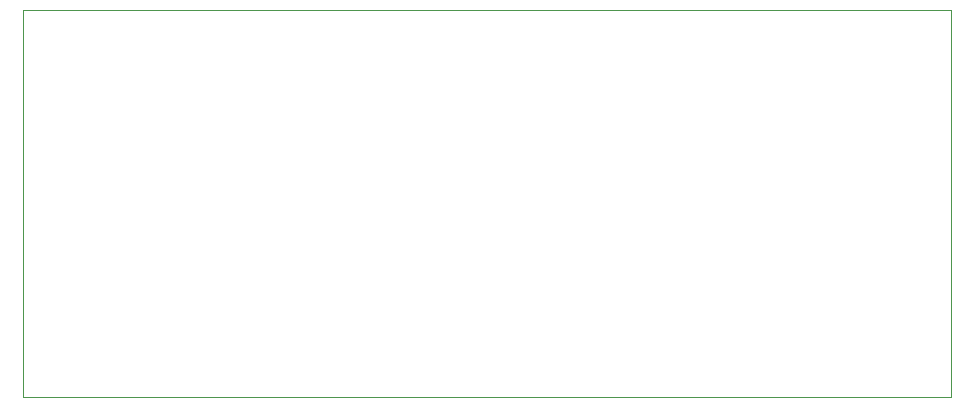
<source format=gbr>
%TF.GenerationSoftware,KiCad,Pcbnew,8.0.4*%
%TF.CreationDate,2025-04-19T21:17:28+05:30*%
%TF.ProjectId,Snakebot_pcb_dev,536e616b-6562-46f7-945f-7063625f6465,rev?*%
%TF.SameCoordinates,Original*%
%TF.FileFunction,Profile,NP*%
%FSLAX46Y46*%
G04 Gerber Fmt 4.6, Leading zero omitted, Abs format (unit mm)*
G04 Created by KiCad (PCBNEW 8.0.4) date 2025-04-19 21:17:28*
%MOMM*%
%LPD*%
G01*
G04 APERTURE LIST*
%TA.AperFunction,Profile*%
%ADD10C,0.050000*%
%TD*%
G04 APERTURE END LIST*
D10*
X87750000Y-147250000D02*
X166250000Y-147250000D01*
X87750000Y-147000000D02*
X87750000Y-147250000D01*
X166250000Y-146500000D02*
X166250000Y-146000000D01*
X166250000Y-114500000D02*
X87750000Y-114500000D01*
X87750000Y-146000000D02*
X87750000Y-146500000D01*
X87750000Y-145000000D02*
X87750000Y-146000000D01*
X166250000Y-147250000D02*
X166250000Y-146500000D01*
X166250000Y-145000000D02*
X166250000Y-114500000D01*
X87750000Y-114500000D02*
X87750000Y-145000000D01*
X87750000Y-146500000D02*
X87750000Y-147000000D01*
X166250000Y-146000000D02*
X166250000Y-145000000D01*
M02*

</source>
